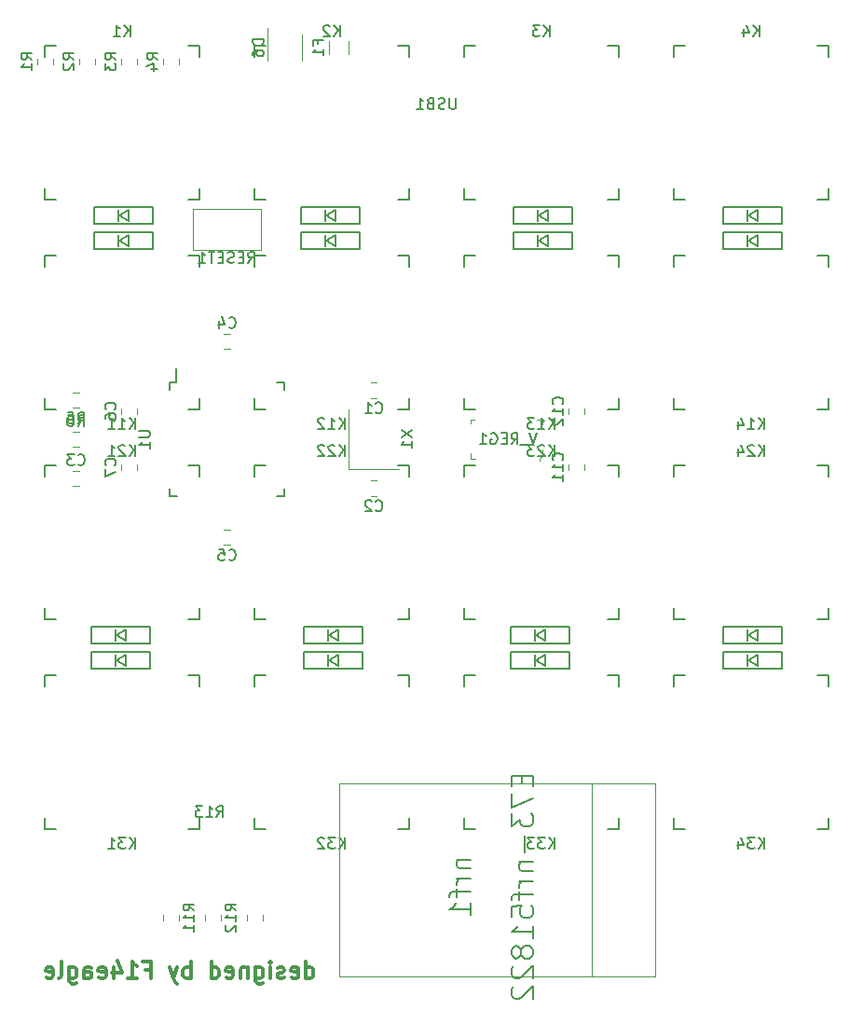
<source format=gbr>
G04 #@! TF.GenerationSoftware,KiCad,Pcbnew,(5.1.2)-2*
G04 #@! TF.CreationDate,2020-01-16T16:08:25+08:00*
G04 #@! TF.ProjectId,wingxx-receiver-v4,77696e67-7878-42d7-9265-636569766572,rev?*
G04 #@! TF.SameCoordinates,Original*
G04 #@! TF.FileFunction,Legend,Bot*
G04 #@! TF.FilePolarity,Positive*
%FSLAX46Y46*%
G04 Gerber Fmt 4.6, Leading zero omitted, Abs format (unit mm)*
G04 Created by KiCad (PCBNEW (5.1.2)-2) date 2020-01-16 16:08:25*
%MOMM*%
%LPD*%
G04 APERTURE LIST*
%ADD10C,0.300000*%
%ADD11C,0.100000*%
%ADD12C,0.150000*%
%ADD13C,0.120000*%
%ADD14C,0.152400*%
G04 APERTURE END LIST*
D10*
X102396285Y-146728571D02*
X102396285Y-145228571D01*
X102396285Y-146657142D02*
X102539142Y-146728571D01*
X102824857Y-146728571D01*
X102967714Y-146657142D01*
X103039142Y-146585714D01*
X103110571Y-146442857D01*
X103110571Y-146014285D01*
X103039142Y-145871428D01*
X102967714Y-145800000D01*
X102824857Y-145728571D01*
X102539142Y-145728571D01*
X102396285Y-145800000D01*
X101110571Y-146657142D02*
X101253428Y-146728571D01*
X101539142Y-146728571D01*
X101682000Y-146657142D01*
X101753428Y-146514285D01*
X101753428Y-145942857D01*
X101682000Y-145800000D01*
X101539142Y-145728571D01*
X101253428Y-145728571D01*
X101110571Y-145800000D01*
X101039142Y-145942857D01*
X101039142Y-146085714D01*
X101753428Y-146228571D01*
X100467714Y-146657142D02*
X100324857Y-146728571D01*
X100039142Y-146728571D01*
X99896285Y-146657142D01*
X99824857Y-146514285D01*
X99824857Y-146442857D01*
X99896285Y-146300000D01*
X100039142Y-146228571D01*
X100253428Y-146228571D01*
X100396285Y-146157142D01*
X100467714Y-146014285D01*
X100467714Y-145942857D01*
X100396285Y-145800000D01*
X100253428Y-145728571D01*
X100039142Y-145728571D01*
X99896285Y-145800000D01*
X99182000Y-146728571D02*
X99182000Y-145728571D01*
X99182000Y-145228571D02*
X99253428Y-145300000D01*
X99182000Y-145371428D01*
X99110571Y-145300000D01*
X99182000Y-145228571D01*
X99182000Y-145371428D01*
X97824857Y-145728571D02*
X97824857Y-146942857D01*
X97896285Y-147085714D01*
X97967714Y-147157142D01*
X98110571Y-147228571D01*
X98324857Y-147228571D01*
X98467714Y-147157142D01*
X97824857Y-146657142D02*
X97967714Y-146728571D01*
X98253428Y-146728571D01*
X98396285Y-146657142D01*
X98467714Y-146585714D01*
X98539142Y-146442857D01*
X98539142Y-146014285D01*
X98467714Y-145871428D01*
X98396285Y-145800000D01*
X98253428Y-145728571D01*
X97967714Y-145728571D01*
X97824857Y-145800000D01*
X97110571Y-145728571D02*
X97110571Y-146728571D01*
X97110571Y-145871428D02*
X97039142Y-145800000D01*
X96896285Y-145728571D01*
X96682000Y-145728571D01*
X96539142Y-145800000D01*
X96467714Y-145942857D01*
X96467714Y-146728571D01*
X95182000Y-146657142D02*
X95324857Y-146728571D01*
X95610571Y-146728571D01*
X95753428Y-146657142D01*
X95824857Y-146514285D01*
X95824857Y-145942857D01*
X95753428Y-145800000D01*
X95610571Y-145728571D01*
X95324857Y-145728571D01*
X95182000Y-145800000D01*
X95110571Y-145942857D01*
X95110571Y-146085714D01*
X95824857Y-146228571D01*
X93824857Y-146728571D02*
X93824857Y-145228571D01*
X93824857Y-146657142D02*
X93967714Y-146728571D01*
X94253428Y-146728571D01*
X94396285Y-146657142D01*
X94467714Y-146585714D01*
X94539142Y-146442857D01*
X94539142Y-146014285D01*
X94467714Y-145871428D01*
X94396285Y-145800000D01*
X94253428Y-145728571D01*
X93967714Y-145728571D01*
X93824857Y-145800000D01*
X91967714Y-146728571D02*
X91967714Y-145228571D01*
X91967714Y-145800000D02*
X91824857Y-145728571D01*
X91539142Y-145728571D01*
X91396285Y-145800000D01*
X91324857Y-145871428D01*
X91253428Y-146014285D01*
X91253428Y-146442857D01*
X91324857Y-146585714D01*
X91396285Y-146657142D01*
X91539142Y-146728571D01*
X91824857Y-146728571D01*
X91967714Y-146657142D01*
X90753428Y-145728571D02*
X90396285Y-146728571D01*
X90039142Y-145728571D02*
X90396285Y-146728571D01*
X90539142Y-147085714D01*
X90610571Y-147157142D01*
X90753428Y-147228571D01*
X87824857Y-145942857D02*
X88324857Y-145942857D01*
X88324857Y-146728571D02*
X88324857Y-145228571D01*
X87610571Y-145228571D01*
X86253428Y-146728571D02*
X87110571Y-146728571D01*
X86682000Y-146728571D02*
X86682000Y-145228571D01*
X86824857Y-145442857D01*
X86967714Y-145585714D01*
X87110571Y-145657142D01*
X84967714Y-145728571D02*
X84967714Y-146728571D01*
X85324857Y-145157142D02*
X85682000Y-146228571D01*
X84753428Y-146228571D01*
X83610571Y-146657142D02*
X83753428Y-146728571D01*
X84039142Y-146728571D01*
X84182000Y-146657142D01*
X84253428Y-146514285D01*
X84253428Y-145942857D01*
X84182000Y-145800000D01*
X84039142Y-145728571D01*
X83753428Y-145728571D01*
X83610571Y-145800000D01*
X83539142Y-145942857D01*
X83539142Y-146085714D01*
X84253428Y-146228571D01*
X82253428Y-146728571D02*
X82253428Y-145942857D01*
X82324857Y-145800000D01*
X82467714Y-145728571D01*
X82753428Y-145728571D01*
X82896285Y-145800000D01*
X82253428Y-146657142D02*
X82396285Y-146728571D01*
X82753428Y-146728571D01*
X82896285Y-146657142D01*
X82967714Y-146514285D01*
X82967714Y-146371428D01*
X82896285Y-146228571D01*
X82753428Y-146157142D01*
X82396285Y-146157142D01*
X82253428Y-146085714D01*
X80896285Y-145728571D02*
X80896285Y-146942857D01*
X80967714Y-147085714D01*
X81039142Y-147157142D01*
X81182000Y-147228571D01*
X81396285Y-147228571D01*
X81539142Y-147157142D01*
X80896285Y-146657142D02*
X81039142Y-146728571D01*
X81324857Y-146728571D01*
X81467714Y-146657142D01*
X81539142Y-146585714D01*
X81610571Y-146442857D01*
X81610571Y-146014285D01*
X81539142Y-145871428D01*
X81467714Y-145800000D01*
X81324857Y-145728571D01*
X81039142Y-145728571D01*
X80896285Y-145800000D01*
X79967714Y-146728571D02*
X80110571Y-146657142D01*
X80182000Y-146514285D01*
X80182000Y-145228571D01*
X78824857Y-146657142D02*
X78967714Y-146728571D01*
X79253428Y-146728571D01*
X79396285Y-146657142D01*
X79467714Y-146514285D01*
X79467714Y-145942857D01*
X79396285Y-145800000D01*
X79253428Y-145728571D01*
X78967714Y-145728571D01*
X78824857Y-145800000D01*
X78753428Y-145942857D01*
X78753428Y-146085714D01*
X79467714Y-146228571D01*
D11*
X128397000Y-129032000D02*
X128397000Y-146558000D01*
X134112000Y-146558000D02*
X105410000Y-146558000D01*
X134112000Y-129032000D02*
X134112000Y-146558000D01*
X105410000Y-129032000D02*
X134112000Y-129032000D01*
X105410000Y-146558000D02*
X105410000Y-129032000D01*
D12*
X88552000Y-78220000D02*
X88552000Y-76720000D01*
X83152000Y-78220000D02*
X88552000Y-78220000D01*
X83152000Y-76720000D02*
X83152000Y-78220000D01*
X88552000Y-76720000D02*
X83152000Y-76720000D01*
X86352000Y-77970000D02*
X85452000Y-77470000D01*
X86352000Y-76970000D02*
X86352000Y-77970000D01*
X85452000Y-77470000D02*
X86352000Y-76970000D01*
X85352000Y-76970000D02*
X85352000Y-77970000D01*
X107348000Y-78220000D02*
X107348000Y-76720000D01*
X101948000Y-78220000D02*
X107348000Y-78220000D01*
X101948000Y-76720000D02*
X101948000Y-78220000D01*
X107348000Y-76720000D02*
X101948000Y-76720000D01*
X105148000Y-77970000D02*
X104248000Y-77470000D01*
X105148000Y-76970000D02*
X105148000Y-77970000D01*
X104248000Y-77470000D02*
X105148000Y-76970000D01*
X104148000Y-76970000D02*
X104148000Y-77970000D01*
X126652000Y-78220000D02*
X126652000Y-76720000D01*
X121252000Y-78220000D02*
X126652000Y-78220000D01*
X121252000Y-76720000D02*
X121252000Y-78220000D01*
X126652000Y-76720000D02*
X121252000Y-76720000D01*
X124452000Y-77970000D02*
X123552000Y-77470000D01*
X124452000Y-76970000D02*
X124452000Y-77970000D01*
X123552000Y-77470000D02*
X124452000Y-76970000D01*
X123452000Y-76970000D02*
X123452000Y-77970000D01*
X145702000Y-78220000D02*
X145702000Y-76720000D01*
X140302000Y-78220000D02*
X145702000Y-78220000D01*
X140302000Y-76720000D02*
X140302000Y-78220000D01*
X145702000Y-76720000D02*
X140302000Y-76720000D01*
X143502000Y-77970000D02*
X142602000Y-77470000D01*
X143502000Y-76970000D02*
X143502000Y-77970000D01*
X142602000Y-77470000D02*
X143502000Y-76970000D01*
X142502000Y-76970000D02*
X142502000Y-77970000D01*
X88552000Y-80506000D02*
X88552000Y-79006000D01*
X83152000Y-80506000D02*
X88552000Y-80506000D01*
X83152000Y-79006000D02*
X83152000Y-80506000D01*
X88552000Y-79006000D02*
X83152000Y-79006000D01*
X86352000Y-80256000D02*
X85452000Y-79756000D01*
X86352000Y-79256000D02*
X86352000Y-80256000D01*
X85452000Y-79756000D02*
X86352000Y-79256000D01*
X85352000Y-79256000D02*
X85352000Y-80256000D01*
X107348000Y-80506000D02*
X107348000Y-79006000D01*
X101948000Y-80506000D02*
X107348000Y-80506000D01*
X101948000Y-79006000D02*
X101948000Y-80506000D01*
X107348000Y-79006000D02*
X101948000Y-79006000D01*
X105148000Y-80256000D02*
X104248000Y-79756000D01*
X105148000Y-79256000D02*
X105148000Y-80256000D01*
X104248000Y-79756000D02*
X105148000Y-79256000D01*
X104148000Y-79256000D02*
X104148000Y-80256000D01*
X126652000Y-80506000D02*
X126652000Y-79006000D01*
X121252000Y-80506000D02*
X126652000Y-80506000D01*
X121252000Y-79006000D02*
X121252000Y-80506000D01*
X126652000Y-79006000D02*
X121252000Y-79006000D01*
X124452000Y-80256000D02*
X123552000Y-79756000D01*
X124452000Y-79256000D02*
X124452000Y-80256000D01*
X123552000Y-79756000D02*
X124452000Y-79256000D01*
X123452000Y-79256000D02*
X123452000Y-80256000D01*
X145702000Y-80506000D02*
X145702000Y-79006000D01*
X140302000Y-80506000D02*
X145702000Y-80506000D01*
X140302000Y-79006000D02*
X140302000Y-80506000D01*
X145702000Y-79006000D02*
X140302000Y-79006000D01*
X143502000Y-80256000D02*
X142602000Y-79756000D01*
X143502000Y-79256000D02*
X143502000Y-80256000D01*
X142602000Y-79756000D02*
X143502000Y-79256000D01*
X142502000Y-79256000D02*
X142502000Y-80256000D01*
X88298000Y-116320000D02*
X88298000Y-114820000D01*
X82898000Y-116320000D02*
X88298000Y-116320000D01*
X82898000Y-114820000D02*
X82898000Y-116320000D01*
X88298000Y-114820000D02*
X82898000Y-114820000D01*
X86098000Y-116070000D02*
X85198000Y-115570000D01*
X86098000Y-115070000D02*
X86098000Y-116070000D01*
X85198000Y-115570000D02*
X86098000Y-115070000D01*
X85098000Y-115070000D02*
X85098000Y-116070000D01*
X107602000Y-116320000D02*
X107602000Y-114820000D01*
X102202000Y-116320000D02*
X107602000Y-116320000D01*
X102202000Y-114820000D02*
X102202000Y-116320000D01*
X107602000Y-114820000D02*
X102202000Y-114820000D01*
X105402000Y-116070000D02*
X104502000Y-115570000D01*
X105402000Y-115070000D02*
X105402000Y-116070000D01*
X104502000Y-115570000D02*
X105402000Y-115070000D01*
X104402000Y-115070000D02*
X104402000Y-116070000D01*
X126398000Y-116320000D02*
X126398000Y-114820000D01*
X120998000Y-116320000D02*
X126398000Y-116320000D01*
X120998000Y-114820000D02*
X120998000Y-116320000D01*
X126398000Y-114820000D02*
X120998000Y-114820000D01*
X124198000Y-116070000D02*
X123298000Y-115570000D01*
X124198000Y-115070000D02*
X124198000Y-116070000D01*
X123298000Y-115570000D02*
X124198000Y-115070000D01*
X123198000Y-115070000D02*
X123198000Y-116070000D01*
X145702000Y-116320000D02*
X145702000Y-114820000D01*
X140302000Y-116320000D02*
X145702000Y-116320000D01*
X140302000Y-114820000D02*
X140302000Y-116320000D01*
X145702000Y-114820000D02*
X140302000Y-114820000D01*
X143502000Y-116070000D02*
X142602000Y-115570000D01*
X143502000Y-115070000D02*
X143502000Y-116070000D01*
X142602000Y-115570000D02*
X143502000Y-115070000D01*
X142502000Y-115070000D02*
X142502000Y-116070000D01*
X88298000Y-118606000D02*
X88298000Y-117106000D01*
X82898000Y-118606000D02*
X88298000Y-118606000D01*
X82898000Y-117106000D02*
X82898000Y-118606000D01*
X88298000Y-117106000D02*
X82898000Y-117106000D01*
X86098000Y-118356000D02*
X85198000Y-117856000D01*
X86098000Y-117356000D02*
X86098000Y-118356000D01*
X85198000Y-117856000D02*
X86098000Y-117356000D01*
X85098000Y-117356000D02*
X85098000Y-118356000D01*
X107602000Y-118606000D02*
X107602000Y-117106000D01*
X102202000Y-118606000D02*
X107602000Y-118606000D01*
X102202000Y-117106000D02*
X102202000Y-118606000D01*
X107602000Y-117106000D02*
X102202000Y-117106000D01*
X105402000Y-118356000D02*
X104502000Y-117856000D01*
X105402000Y-117356000D02*
X105402000Y-118356000D01*
X104502000Y-117856000D02*
X105402000Y-117356000D01*
X104402000Y-117356000D02*
X104402000Y-118356000D01*
X126398000Y-118606000D02*
X126398000Y-117106000D01*
X120998000Y-118606000D02*
X126398000Y-118606000D01*
X120998000Y-117106000D02*
X120998000Y-118606000D01*
X126398000Y-117106000D02*
X120998000Y-117106000D01*
X124198000Y-118356000D02*
X123298000Y-117856000D01*
X124198000Y-117356000D02*
X124198000Y-118356000D01*
X123298000Y-117856000D02*
X124198000Y-117356000D01*
X123198000Y-117356000D02*
X123198000Y-118356000D01*
X145702000Y-118606000D02*
X145702000Y-117106000D01*
X140302000Y-118606000D02*
X145702000Y-118606000D01*
X140302000Y-117106000D02*
X140302000Y-118606000D01*
X145702000Y-117106000D02*
X140302000Y-117106000D01*
X143502000Y-118356000D02*
X142602000Y-117856000D01*
X143502000Y-117356000D02*
X143502000Y-118356000D01*
X142602000Y-117856000D02*
X143502000Y-117356000D01*
X142502000Y-117356000D02*
X142502000Y-118356000D01*
D13*
X92190000Y-76890000D02*
X92190000Y-80590000D01*
X98310000Y-76890000D02*
X92190000Y-76890000D01*
X98310000Y-80590000D02*
X98310000Y-76890000D01*
X92190000Y-80590000D02*
X98310000Y-80590000D01*
X106335000Y-100490000D02*
X106335000Y-95090000D01*
X110835000Y-100490000D02*
X106335000Y-100490000D01*
X106320000Y-61627936D02*
X106320000Y-62832064D01*
X104500000Y-61627936D02*
X104500000Y-62832064D01*
X81795252Y-98500000D02*
X81272748Y-98500000D01*
X81795252Y-97080000D02*
X81272748Y-97080000D01*
X81272748Y-93524000D02*
X81795252Y-93524000D01*
X81272748Y-94944000D02*
X81795252Y-94944000D01*
X90880000Y-63238748D02*
X90880000Y-63761252D01*
X89460000Y-63238748D02*
X89460000Y-63761252D01*
X87070000Y-63238748D02*
X87070000Y-63761252D01*
X85650000Y-63238748D02*
X85650000Y-63761252D01*
X83260000Y-63238748D02*
X83260000Y-63761252D01*
X81840000Y-63238748D02*
X81840000Y-63761252D01*
X79450000Y-63238748D02*
X79450000Y-63761252D01*
X78030000Y-63238748D02*
X78030000Y-63761252D01*
X127710000Y-94988748D02*
X127710000Y-95511252D01*
X126290000Y-94988748D02*
X126290000Y-95511252D01*
X127710000Y-100068748D02*
X127710000Y-100591252D01*
X126290000Y-100068748D02*
X126290000Y-100591252D01*
X87070000Y-100068748D02*
X87070000Y-100591252D01*
X85650000Y-100068748D02*
X85650000Y-100591252D01*
X87070000Y-94988748D02*
X87070000Y-95511252D01*
X85650000Y-94988748D02*
X85650000Y-95511252D01*
X94988748Y-105970000D02*
X95511252Y-105970000D01*
X94988748Y-107390000D02*
X95511252Y-107390000D01*
X95511252Y-89610000D02*
X94988748Y-89610000D01*
X95511252Y-88190000D02*
X94988748Y-88190000D01*
X81795252Y-102056000D02*
X81272748Y-102056000D01*
X81795252Y-100636000D02*
X81272748Y-100636000D01*
X108323748Y-101525000D02*
X108846252Y-101525000D01*
X108323748Y-102945000D02*
X108846252Y-102945000D01*
X108323748Y-92635000D02*
X108846252Y-92635000D01*
X108323748Y-94055000D02*
X108846252Y-94055000D01*
D12*
X90650000Y-92615000D02*
X90650000Y-91340000D01*
X90075000Y-102965000D02*
X90075000Y-102290000D01*
X100425000Y-102965000D02*
X100425000Y-102290000D01*
X100425000Y-92615000D02*
X100425000Y-93290000D01*
X90075000Y-92615000D02*
X90075000Y-93290000D01*
X100425000Y-92615000D02*
X99750000Y-92615000D01*
X100425000Y-102965000D02*
X99750000Y-102965000D01*
X90075000Y-102965000D02*
X90750000Y-102965000D01*
X90075000Y-92615000D02*
X90650000Y-92615000D01*
D13*
X98950000Y-63430000D02*
X98950000Y-60480000D01*
X102050000Y-61030000D02*
X102050000Y-63430000D01*
D11*
X117375000Y-96015000D02*
X117375000Y-96315000D01*
X117750000Y-96015000D02*
X117375000Y-96015000D01*
X123925000Y-96015000D02*
X123925000Y-96415000D01*
X123425000Y-96015000D02*
X123925000Y-96015000D01*
X117375000Y-99565000D02*
X117825000Y-99565000D01*
X117375000Y-99090000D02*
X117375000Y-99565000D01*
X123625000Y-99565000D02*
X123625000Y-99760000D01*
X123925000Y-99240000D02*
X123625000Y-99565000D01*
X123925000Y-98765000D02*
X123925000Y-99240000D01*
D13*
X97080000Y-141485252D02*
X97080000Y-140962748D01*
X98500000Y-141485252D02*
X98500000Y-140962748D01*
X93270000Y-141485252D02*
X93270000Y-140962748D01*
X94690000Y-141485252D02*
X94690000Y-140962748D01*
X89460000Y-141485252D02*
X89460000Y-140962748D01*
X90880000Y-141485252D02*
X90880000Y-140962748D01*
D12*
X149875000Y-119206000D02*
X149875000Y-120206000D01*
X148875000Y-119206000D02*
X149875000Y-119206000D01*
X149875000Y-133206000D02*
X148875000Y-133206000D01*
X149875000Y-132206000D02*
X149875000Y-133206000D01*
X135875000Y-133206000D02*
X135875000Y-132206000D01*
X136875000Y-133206000D02*
X135875000Y-133206000D01*
X135875000Y-119206000D02*
X136875000Y-119206000D01*
X135875000Y-120206000D02*
X135875000Y-119206000D01*
X130825000Y-119206000D02*
X130825000Y-120206000D01*
X129825000Y-119206000D02*
X130825000Y-119206000D01*
X130825000Y-133206000D02*
X129825000Y-133206000D01*
X130825000Y-132206000D02*
X130825000Y-133206000D01*
X116825000Y-133206000D02*
X116825000Y-132206000D01*
X117825000Y-133206000D02*
X116825000Y-133206000D01*
X116825000Y-119206000D02*
X117825000Y-119206000D01*
X116825000Y-120206000D02*
X116825000Y-119206000D01*
X111775000Y-119206000D02*
X111775000Y-120206000D01*
X110775000Y-119206000D02*
X111775000Y-119206000D01*
X111775000Y-133206000D02*
X110775000Y-133206000D01*
X111775000Y-132206000D02*
X111775000Y-133206000D01*
X97775000Y-133206000D02*
X97775000Y-132206000D01*
X98775000Y-133206000D02*
X97775000Y-133206000D01*
X97775000Y-119206000D02*
X98775000Y-119206000D01*
X97775000Y-120206000D02*
X97775000Y-119206000D01*
X92725000Y-119206000D02*
X92725000Y-120206000D01*
X91725000Y-119206000D02*
X92725000Y-119206000D01*
X92725000Y-133206000D02*
X91725000Y-133206000D01*
X92725000Y-132206000D02*
X92725000Y-133206000D01*
X78725000Y-133206000D02*
X78725000Y-132206000D01*
X79725000Y-133206000D02*
X78725000Y-133206000D01*
X78725000Y-119206000D02*
X79725000Y-119206000D01*
X78725000Y-120206000D02*
X78725000Y-119206000D01*
X135875000Y-114156000D02*
X135875000Y-113156000D01*
X136875000Y-114156000D02*
X135875000Y-114156000D01*
X135875000Y-100156000D02*
X136875000Y-100156000D01*
X135875000Y-101156000D02*
X135875000Y-100156000D01*
X149875000Y-100156000D02*
X149875000Y-101156000D01*
X148875000Y-100156000D02*
X149875000Y-100156000D01*
X149875000Y-114156000D02*
X148875000Y-114156000D01*
X149875000Y-113156000D02*
X149875000Y-114156000D01*
X116825000Y-114156000D02*
X116825000Y-113156000D01*
X117825000Y-114156000D02*
X116825000Y-114156000D01*
X116825000Y-100156000D02*
X117825000Y-100156000D01*
X116825000Y-101156000D02*
X116825000Y-100156000D01*
X130825000Y-100156000D02*
X130825000Y-101156000D01*
X129825000Y-100156000D02*
X130825000Y-100156000D01*
X130825000Y-114156000D02*
X129825000Y-114156000D01*
X130825000Y-113156000D02*
X130825000Y-114156000D01*
X97775000Y-114156000D02*
X97775000Y-113156000D01*
X98775000Y-114156000D02*
X97775000Y-114156000D01*
X97775000Y-100156000D02*
X98775000Y-100156000D01*
X97775000Y-101156000D02*
X97775000Y-100156000D01*
X111775000Y-100156000D02*
X111775000Y-101156000D01*
X110775000Y-100156000D02*
X111775000Y-100156000D01*
X111775000Y-114156000D02*
X110775000Y-114156000D01*
X111775000Y-113156000D02*
X111775000Y-114156000D01*
X78725000Y-114156000D02*
X78725000Y-113156000D01*
X79725000Y-114156000D02*
X78725000Y-114156000D01*
X78725000Y-100156000D02*
X79725000Y-100156000D01*
X78725000Y-101156000D02*
X78725000Y-100156000D01*
X92725000Y-100156000D02*
X92725000Y-101156000D01*
X91725000Y-100156000D02*
X92725000Y-100156000D01*
X92725000Y-114156000D02*
X91725000Y-114156000D01*
X92725000Y-113156000D02*
X92725000Y-114156000D01*
X149875000Y-81106200D02*
X149875000Y-82106200D01*
X148875000Y-81106200D02*
X149875000Y-81106200D01*
X149875000Y-95106200D02*
X148875000Y-95106200D01*
X149875000Y-94106200D02*
X149875000Y-95106200D01*
X135875000Y-95106200D02*
X135875000Y-94106200D01*
X136875000Y-95106200D02*
X135875000Y-95106200D01*
X135875000Y-81106200D02*
X136875000Y-81106200D01*
X135875000Y-82106200D02*
X135875000Y-81106200D01*
X130825000Y-81106200D02*
X130825000Y-82106200D01*
X129825000Y-81106200D02*
X130825000Y-81106200D01*
X130825000Y-95106200D02*
X129825000Y-95106200D01*
X130825000Y-94106200D02*
X130825000Y-95106200D01*
X116825000Y-95106200D02*
X116825000Y-94106200D01*
X117825000Y-95106200D02*
X116825000Y-95106200D01*
X116825000Y-81106200D02*
X117825000Y-81106200D01*
X116825000Y-82106200D02*
X116825000Y-81106200D01*
X111775000Y-81106200D02*
X111775000Y-82106200D01*
X110775000Y-81106200D02*
X111775000Y-81106200D01*
X111775000Y-95106200D02*
X110775000Y-95106200D01*
X111775000Y-94106200D02*
X111775000Y-95106200D01*
X97775000Y-95106200D02*
X97775000Y-94106200D01*
X98775000Y-95106200D02*
X97775000Y-95106200D01*
X97775000Y-81106200D02*
X98775000Y-81106200D01*
X97775000Y-82106200D02*
X97775000Y-81106200D01*
X92725000Y-81106200D02*
X92725000Y-82106200D01*
X91725000Y-81106200D02*
X92725000Y-81106200D01*
X92725000Y-95106200D02*
X91725000Y-95106200D01*
X92725000Y-94106200D02*
X92725000Y-95106200D01*
X78725000Y-95106200D02*
X78725000Y-94106200D01*
X79725000Y-95106200D02*
X78725000Y-95106200D01*
X78725000Y-81106200D02*
X79725000Y-81106200D01*
X78725000Y-82106200D02*
X78725000Y-81106200D01*
X135875000Y-76056200D02*
X135875000Y-75056200D01*
X136875000Y-76056200D02*
X135875000Y-76056200D01*
X135875000Y-62056200D02*
X136875000Y-62056200D01*
X135875000Y-63056200D02*
X135875000Y-62056200D01*
X149875000Y-62056200D02*
X149875000Y-63056200D01*
X148875000Y-62056200D02*
X149875000Y-62056200D01*
X149875000Y-76056200D02*
X148875000Y-76056200D01*
X149875000Y-75056200D02*
X149875000Y-76056200D01*
X116825000Y-76056200D02*
X116825000Y-75056200D01*
X117825000Y-76056200D02*
X116825000Y-76056200D01*
X116825000Y-62056200D02*
X117825000Y-62056200D01*
X116825000Y-63056200D02*
X116825000Y-62056200D01*
X130825000Y-62056200D02*
X130825000Y-63056200D01*
X129825000Y-62056200D02*
X130825000Y-62056200D01*
X130825000Y-76056200D02*
X129825000Y-76056200D01*
X130825000Y-75056200D02*
X130825000Y-76056200D01*
X97775000Y-76056200D02*
X97775000Y-75056200D01*
X98775000Y-76056200D02*
X97775000Y-76056200D01*
X97775000Y-62056200D02*
X98775000Y-62056200D01*
X97775000Y-63056200D02*
X97775000Y-62056200D01*
X111775000Y-62056200D02*
X111775000Y-63056200D01*
X110775000Y-62056200D02*
X111775000Y-62056200D01*
X111775000Y-76056200D02*
X110775000Y-76056200D01*
X111775000Y-75056200D02*
X111775000Y-76056200D01*
X78725000Y-76056200D02*
X78725000Y-75056200D01*
X79725000Y-76056200D02*
X78725000Y-76056200D01*
X78725000Y-62056200D02*
X79725000Y-62056200D01*
X78725000Y-63056200D02*
X78725000Y-62056200D01*
X92725000Y-62056200D02*
X92725000Y-63056200D01*
X91725000Y-62056200D02*
X92725000Y-62056200D01*
X92725000Y-76056200D02*
X91725000Y-76056200D01*
X92725000Y-75056200D02*
X92725000Y-76056200D01*
D14*
X116121542Y-135948057D02*
X117408476Y-135948057D01*
X116305390Y-135948057D02*
X116213466Y-136039980D01*
X116121542Y-136223828D01*
X116121542Y-136499600D01*
X116213466Y-136683447D01*
X116397314Y-136775371D01*
X117408476Y-136775371D01*
X117408476Y-137694609D02*
X116121542Y-137694609D01*
X116489238Y-137694609D02*
X116305390Y-137786533D01*
X116213466Y-137878457D01*
X116121542Y-138062304D01*
X116121542Y-138246152D01*
X116121542Y-138613847D02*
X116121542Y-139349238D01*
X117408476Y-138889619D02*
X115753847Y-138889619D01*
X115570000Y-138981542D01*
X115478076Y-139165390D01*
X115478076Y-139349238D01*
X117408476Y-141003866D02*
X117408476Y-139900780D01*
X117408476Y-140452323D02*
X115478076Y-140452323D01*
X115753847Y-140268476D01*
X115937695Y-140084628D01*
X116029619Y-139900780D01*
X122036114Y-128364342D02*
X122036114Y-129007809D01*
X123047276Y-129283580D02*
X123047276Y-128364342D01*
X121116876Y-128364342D01*
X121116876Y-129283580D01*
X121116876Y-129927047D02*
X121116876Y-131213980D01*
X123047276Y-130386666D01*
X121116876Y-131765523D02*
X121116876Y-132960533D01*
X121852266Y-132317066D01*
X121852266Y-132592838D01*
X121944190Y-132776685D01*
X122036114Y-132868609D01*
X122219961Y-132960533D01*
X122679580Y-132960533D01*
X122863428Y-132868609D01*
X122955352Y-132776685D01*
X123047276Y-132592838D01*
X123047276Y-132041295D01*
X122955352Y-131857447D01*
X122863428Y-131765523D01*
X122311885Y-133787847D02*
X122311885Y-135258628D01*
X121760342Y-136177866D02*
X123047276Y-136177866D01*
X121944190Y-136177866D02*
X121852266Y-136269790D01*
X121760342Y-136453638D01*
X121760342Y-136729409D01*
X121852266Y-136913257D01*
X122036114Y-137005180D01*
X123047276Y-137005180D01*
X123047276Y-137924419D02*
X121760342Y-137924419D01*
X122128038Y-137924419D02*
X121944190Y-138016342D01*
X121852266Y-138108266D01*
X121760342Y-138292114D01*
X121760342Y-138475961D01*
X121760342Y-138843657D02*
X121760342Y-139579047D01*
X123047276Y-139119428D02*
X121392647Y-139119428D01*
X121208800Y-139211352D01*
X121116876Y-139395200D01*
X121116876Y-139579047D01*
X121116876Y-141141752D02*
X121116876Y-140222514D01*
X122036114Y-140130590D01*
X121944190Y-140222514D01*
X121852266Y-140406361D01*
X121852266Y-140865980D01*
X121944190Y-141049828D01*
X122036114Y-141141752D01*
X122219961Y-141233676D01*
X122679580Y-141233676D01*
X122863428Y-141141752D01*
X122955352Y-141049828D01*
X123047276Y-140865980D01*
X123047276Y-140406361D01*
X122955352Y-140222514D01*
X122863428Y-140130590D01*
X123047276Y-143072152D02*
X123047276Y-141969066D01*
X123047276Y-142520609D02*
X121116876Y-142520609D01*
X121392647Y-142336761D01*
X121576495Y-142152914D01*
X121668419Y-141969066D01*
X121944190Y-144175238D02*
X121852266Y-143991390D01*
X121760342Y-143899466D01*
X121576495Y-143807542D01*
X121484571Y-143807542D01*
X121300723Y-143899466D01*
X121208800Y-143991390D01*
X121116876Y-144175238D01*
X121116876Y-144542933D01*
X121208800Y-144726780D01*
X121300723Y-144818704D01*
X121484571Y-144910628D01*
X121576495Y-144910628D01*
X121760342Y-144818704D01*
X121852266Y-144726780D01*
X121944190Y-144542933D01*
X121944190Y-144175238D01*
X122036114Y-143991390D01*
X122128038Y-143899466D01*
X122311885Y-143807542D01*
X122679580Y-143807542D01*
X122863428Y-143899466D01*
X122955352Y-143991390D01*
X123047276Y-144175238D01*
X123047276Y-144542933D01*
X122955352Y-144726780D01*
X122863428Y-144818704D01*
X122679580Y-144910628D01*
X122311885Y-144910628D01*
X122128038Y-144818704D01*
X122036114Y-144726780D01*
X121944190Y-144542933D01*
X121300723Y-145646019D02*
X121208800Y-145737942D01*
X121116876Y-145921790D01*
X121116876Y-146381409D01*
X121208800Y-146565257D01*
X121300723Y-146657180D01*
X121484571Y-146749104D01*
X121668419Y-146749104D01*
X121944190Y-146657180D01*
X123047276Y-145554095D01*
X123047276Y-146749104D01*
X121300723Y-147484495D02*
X121208800Y-147576419D01*
X121116876Y-147760266D01*
X121116876Y-148219885D01*
X121208800Y-148403733D01*
X121300723Y-148495657D01*
X121484571Y-148587580D01*
X121668419Y-148587580D01*
X121944190Y-148495657D01*
X123047276Y-147392571D01*
X123047276Y-148587580D01*
D12*
X97178571Y-81792380D02*
X97511904Y-81316190D01*
X97750000Y-81792380D02*
X97750000Y-80792380D01*
X97369047Y-80792380D01*
X97273809Y-80840000D01*
X97226190Y-80887619D01*
X97178571Y-80982857D01*
X97178571Y-81125714D01*
X97226190Y-81220952D01*
X97273809Y-81268571D01*
X97369047Y-81316190D01*
X97750000Y-81316190D01*
X96750000Y-81268571D02*
X96416666Y-81268571D01*
X96273809Y-81792380D02*
X96750000Y-81792380D01*
X96750000Y-80792380D01*
X96273809Y-80792380D01*
X95892857Y-81744761D02*
X95750000Y-81792380D01*
X95511904Y-81792380D01*
X95416666Y-81744761D01*
X95369047Y-81697142D01*
X95321428Y-81601904D01*
X95321428Y-81506666D01*
X95369047Y-81411428D01*
X95416666Y-81363809D01*
X95511904Y-81316190D01*
X95702380Y-81268571D01*
X95797619Y-81220952D01*
X95845238Y-81173333D01*
X95892857Y-81078095D01*
X95892857Y-80982857D01*
X95845238Y-80887619D01*
X95797619Y-80840000D01*
X95702380Y-80792380D01*
X95464285Y-80792380D01*
X95321428Y-80840000D01*
X94892857Y-81268571D02*
X94559523Y-81268571D01*
X94416666Y-81792380D02*
X94892857Y-81792380D01*
X94892857Y-80792380D01*
X94416666Y-80792380D01*
X94130952Y-80792380D02*
X93559523Y-80792380D01*
X93845238Y-81792380D02*
X93845238Y-80792380D01*
X92702380Y-81792380D02*
X93273809Y-81792380D01*
X92988095Y-81792380D02*
X92988095Y-80792380D01*
X93083333Y-80935238D01*
X93178571Y-81030476D01*
X93273809Y-81078095D01*
X111087380Y-96980476D02*
X112087380Y-97647142D01*
X111087380Y-97647142D02*
X112087380Y-96980476D01*
X112087380Y-98551904D02*
X112087380Y-97980476D01*
X112087380Y-98266190D02*
X111087380Y-98266190D01*
X111230238Y-98170952D01*
X111325476Y-98075714D01*
X111373095Y-97980476D01*
X103518571Y-61896666D02*
X103518571Y-61563333D01*
X104042380Y-61563333D02*
X103042380Y-61563333D01*
X103042380Y-62039523D01*
X104042380Y-62944285D02*
X104042380Y-62372857D01*
X104042380Y-62658571D02*
X103042380Y-62658571D01*
X103185238Y-62563333D01*
X103280476Y-62468095D01*
X103328095Y-62372857D01*
X81700666Y-96592380D02*
X82034000Y-96116190D01*
X82272095Y-96592380D02*
X82272095Y-95592380D01*
X81891142Y-95592380D01*
X81795904Y-95640000D01*
X81748285Y-95687619D01*
X81700666Y-95782857D01*
X81700666Y-95925714D01*
X81748285Y-96020952D01*
X81795904Y-96068571D01*
X81891142Y-96116190D01*
X82272095Y-96116190D01*
X80843523Y-95592380D02*
X81034000Y-95592380D01*
X81129238Y-95640000D01*
X81176857Y-95687619D01*
X81272095Y-95830476D01*
X81319714Y-96020952D01*
X81319714Y-96401904D01*
X81272095Y-96497142D01*
X81224476Y-96544761D01*
X81129238Y-96592380D01*
X80938761Y-96592380D01*
X80843523Y-96544761D01*
X80795904Y-96497142D01*
X80748285Y-96401904D01*
X80748285Y-96163809D01*
X80795904Y-96068571D01*
X80843523Y-96020952D01*
X80938761Y-95973333D01*
X81129238Y-95973333D01*
X81224476Y-96020952D01*
X81272095Y-96068571D01*
X81319714Y-96163809D01*
X81700666Y-96336380D02*
X82034000Y-95860190D01*
X82272095Y-96336380D02*
X82272095Y-95336380D01*
X81891142Y-95336380D01*
X81795904Y-95384000D01*
X81748285Y-95431619D01*
X81700666Y-95526857D01*
X81700666Y-95669714D01*
X81748285Y-95764952D01*
X81795904Y-95812571D01*
X81891142Y-95860190D01*
X82272095Y-95860190D01*
X80795904Y-95336380D02*
X81272095Y-95336380D01*
X81319714Y-95812571D01*
X81272095Y-95764952D01*
X81176857Y-95717333D01*
X80938761Y-95717333D01*
X80843523Y-95764952D01*
X80795904Y-95812571D01*
X80748285Y-95907809D01*
X80748285Y-96145904D01*
X80795904Y-96241142D01*
X80843523Y-96288761D01*
X80938761Y-96336380D01*
X81176857Y-96336380D01*
X81272095Y-96288761D01*
X81319714Y-96241142D01*
X88972380Y-63333333D02*
X88496190Y-63000000D01*
X88972380Y-62761904D02*
X87972380Y-62761904D01*
X87972380Y-63142857D01*
X88020000Y-63238095D01*
X88067619Y-63285714D01*
X88162857Y-63333333D01*
X88305714Y-63333333D01*
X88400952Y-63285714D01*
X88448571Y-63238095D01*
X88496190Y-63142857D01*
X88496190Y-62761904D01*
X88305714Y-64190476D02*
X88972380Y-64190476D01*
X87924761Y-63952380D02*
X88639047Y-63714285D01*
X88639047Y-64333333D01*
X85162380Y-63333333D02*
X84686190Y-63000000D01*
X85162380Y-62761904D02*
X84162380Y-62761904D01*
X84162380Y-63142857D01*
X84210000Y-63238095D01*
X84257619Y-63285714D01*
X84352857Y-63333333D01*
X84495714Y-63333333D01*
X84590952Y-63285714D01*
X84638571Y-63238095D01*
X84686190Y-63142857D01*
X84686190Y-62761904D01*
X84162380Y-63666666D02*
X84162380Y-64285714D01*
X84543333Y-63952380D01*
X84543333Y-64095238D01*
X84590952Y-64190476D01*
X84638571Y-64238095D01*
X84733809Y-64285714D01*
X84971904Y-64285714D01*
X85067142Y-64238095D01*
X85114761Y-64190476D01*
X85162380Y-64095238D01*
X85162380Y-63809523D01*
X85114761Y-63714285D01*
X85067142Y-63666666D01*
X81352380Y-63333333D02*
X80876190Y-63000000D01*
X81352380Y-62761904D02*
X80352380Y-62761904D01*
X80352380Y-63142857D01*
X80400000Y-63238095D01*
X80447619Y-63285714D01*
X80542857Y-63333333D01*
X80685714Y-63333333D01*
X80780952Y-63285714D01*
X80828571Y-63238095D01*
X80876190Y-63142857D01*
X80876190Y-62761904D01*
X80447619Y-63714285D02*
X80400000Y-63761904D01*
X80352380Y-63857142D01*
X80352380Y-64095238D01*
X80400000Y-64190476D01*
X80447619Y-64238095D01*
X80542857Y-64285714D01*
X80638095Y-64285714D01*
X80780952Y-64238095D01*
X81352380Y-63666666D01*
X81352380Y-64285714D01*
X77542380Y-63333333D02*
X77066190Y-63000000D01*
X77542380Y-62761904D02*
X76542380Y-62761904D01*
X76542380Y-63142857D01*
X76590000Y-63238095D01*
X76637619Y-63285714D01*
X76732857Y-63333333D01*
X76875714Y-63333333D01*
X76970952Y-63285714D01*
X77018571Y-63238095D01*
X77066190Y-63142857D01*
X77066190Y-62761904D01*
X77542380Y-64285714D02*
X77542380Y-63714285D01*
X77542380Y-64000000D02*
X76542380Y-64000000D01*
X76685238Y-63904761D01*
X76780476Y-63809523D01*
X76828095Y-63714285D01*
X125707142Y-94607142D02*
X125754761Y-94559523D01*
X125802380Y-94416666D01*
X125802380Y-94321428D01*
X125754761Y-94178571D01*
X125659523Y-94083333D01*
X125564285Y-94035714D01*
X125373809Y-93988095D01*
X125230952Y-93988095D01*
X125040476Y-94035714D01*
X124945238Y-94083333D01*
X124850000Y-94178571D01*
X124802380Y-94321428D01*
X124802380Y-94416666D01*
X124850000Y-94559523D01*
X124897619Y-94607142D01*
X125802380Y-95559523D02*
X125802380Y-94988095D01*
X125802380Y-95273809D02*
X124802380Y-95273809D01*
X124945238Y-95178571D01*
X125040476Y-95083333D01*
X125088095Y-94988095D01*
X124897619Y-95940476D02*
X124850000Y-95988095D01*
X124802380Y-96083333D01*
X124802380Y-96321428D01*
X124850000Y-96416666D01*
X124897619Y-96464285D01*
X124992857Y-96511904D01*
X125088095Y-96511904D01*
X125230952Y-96464285D01*
X125802380Y-95892857D01*
X125802380Y-96511904D01*
X125707142Y-99687142D02*
X125754761Y-99639523D01*
X125802380Y-99496666D01*
X125802380Y-99401428D01*
X125754761Y-99258571D01*
X125659523Y-99163333D01*
X125564285Y-99115714D01*
X125373809Y-99068095D01*
X125230952Y-99068095D01*
X125040476Y-99115714D01*
X124945238Y-99163333D01*
X124850000Y-99258571D01*
X124802380Y-99401428D01*
X124802380Y-99496666D01*
X124850000Y-99639523D01*
X124897619Y-99687142D01*
X125802380Y-100639523D02*
X125802380Y-100068095D01*
X125802380Y-100353809D02*
X124802380Y-100353809D01*
X124945238Y-100258571D01*
X125040476Y-100163333D01*
X125088095Y-100068095D01*
X125802380Y-101591904D02*
X125802380Y-101020476D01*
X125802380Y-101306190D02*
X124802380Y-101306190D01*
X124945238Y-101210952D01*
X125040476Y-101115714D01*
X125088095Y-101020476D01*
X85067142Y-100163333D02*
X85114761Y-100115714D01*
X85162380Y-99972857D01*
X85162380Y-99877619D01*
X85114761Y-99734761D01*
X85019523Y-99639523D01*
X84924285Y-99591904D01*
X84733809Y-99544285D01*
X84590952Y-99544285D01*
X84400476Y-99591904D01*
X84305238Y-99639523D01*
X84210000Y-99734761D01*
X84162380Y-99877619D01*
X84162380Y-99972857D01*
X84210000Y-100115714D01*
X84257619Y-100163333D01*
X84162380Y-100496666D02*
X84162380Y-101163333D01*
X85162380Y-100734761D01*
X85067142Y-95083333D02*
X85114761Y-95035714D01*
X85162380Y-94892857D01*
X85162380Y-94797619D01*
X85114761Y-94654761D01*
X85019523Y-94559523D01*
X84924285Y-94511904D01*
X84733809Y-94464285D01*
X84590952Y-94464285D01*
X84400476Y-94511904D01*
X84305238Y-94559523D01*
X84210000Y-94654761D01*
X84162380Y-94797619D01*
X84162380Y-94892857D01*
X84210000Y-95035714D01*
X84257619Y-95083333D01*
X84162380Y-95940476D02*
X84162380Y-95750000D01*
X84210000Y-95654761D01*
X84257619Y-95607142D01*
X84400476Y-95511904D01*
X84590952Y-95464285D01*
X84971904Y-95464285D01*
X85067142Y-95511904D01*
X85114761Y-95559523D01*
X85162380Y-95654761D01*
X85162380Y-95845238D01*
X85114761Y-95940476D01*
X85067142Y-95988095D01*
X84971904Y-96035714D01*
X84733809Y-96035714D01*
X84638571Y-95988095D01*
X84590952Y-95940476D01*
X84543333Y-95845238D01*
X84543333Y-95654761D01*
X84590952Y-95559523D01*
X84638571Y-95511904D01*
X84733809Y-95464285D01*
X95416666Y-108687142D02*
X95464285Y-108734761D01*
X95607142Y-108782380D01*
X95702380Y-108782380D01*
X95845238Y-108734761D01*
X95940476Y-108639523D01*
X95988095Y-108544285D01*
X96035714Y-108353809D01*
X96035714Y-108210952D01*
X95988095Y-108020476D01*
X95940476Y-107925238D01*
X95845238Y-107830000D01*
X95702380Y-107782380D01*
X95607142Y-107782380D01*
X95464285Y-107830000D01*
X95416666Y-107877619D01*
X94511904Y-107782380D02*
X94988095Y-107782380D01*
X95035714Y-108258571D01*
X94988095Y-108210952D01*
X94892857Y-108163333D01*
X94654761Y-108163333D01*
X94559523Y-108210952D01*
X94511904Y-108258571D01*
X94464285Y-108353809D01*
X94464285Y-108591904D01*
X94511904Y-108687142D01*
X94559523Y-108734761D01*
X94654761Y-108782380D01*
X94892857Y-108782380D01*
X94988095Y-108734761D01*
X95035714Y-108687142D01*
X95416666Y-87607142D02*
X95464285Y-87654761D01*
X95607142Y-87702380D01*
X95702380Y-87702380D01*
X95845238Y-87654761D01*
X95940476Y-87559523D01*
X95988095Y-87464285D01*
X96035714Y-87273809D01*
X96035714Y-87130952D01*
X95988095Y-86940476D01*
X95940476Y-86845238D01*
X95845238Y-86750000D01*
X95702380Y-86702380D01*
X95607142Y-86702380D01*
X95464285Y-86750000D01*
X95416666Y-86797619D01*
X94559523Y-87035714D02*
X94559523Y-87702380D01*
X94797619Y-86654761D02*
X95035714Y-87369047D01*
X94416666Y-87369047D01*
X81700666Y-100053142D02*
X81748285Y-100100761D01*
X81891142Y-100148380D01*
X81986380Y-100148380D01*
X82129238Y-100100761D01*
X82224476Y-100005523D01*
X82272095Y-99910285D01*
X82319714Y-99719809D01*
X82319714Y-99576952D01*
X82272095Y-99386476D01*
X82224476Y-99291238D01*
X82129238Y-99196000D01*
X81986380Y-99148380D01*
X81891142Y-99148380D01*
X81748285Y-99196000D01*
X81700666Y-99243619D01*
X81367333Y-99148380D02*
X80748285Y-99148380D01*
X81081619Y-99529333D01*
X80938761Y-99529333D01*
X80843523Y-99576952D01*
X80795904Y-99624571D01*
X80748285Y-99719809D01*
X80748285Y-99957904D01*
X80795904Y-100053142D01*
X80843523Y-100100761D01*
X80938761Y-100148380D01*
X81224476Y-100148380D01*
X81319714Y-100100761D01*
X81367333Y-100053142D01*
X108751666Y-104242142D02*
X108799285Y-104289761D01*
X108942142Y-104337380D01*
X109037380Y-104337380D01*
X109180238Y-104289761D01*
X109275476Y-104194523D01*
X109323095Y-104099285D01*
X109370714Y-103908809D01*
X109370714Y-103765952D01*
X109323095Y-103575476D01*
X109275476Y-103480238D01*
X109180238Y-103385000D01*
X109037380Y-103337380D01*
X108942142Y-103337380D01*
X108799285Y-103385000D01*
X108751666Y-103432619D01*
X108370714Y-103432619D02*
X108323095Y-103385000D01*
X108227857Y-103337380D01*
X107989761Y-103337380D01*
X107894523Y-103385000D01*
X107846904Y-103432619D01*
X107799285Y-103527857D01*
X107799285Y-103623095D01*
X107846904Y-103765952D01*
X108418333Y-104337380D01*
X107799285Y-104337380D01*
X108751666Y-95352142D02*
X108799285Y-95399761D01*
X108942142Y-95447380D01*
X109037380Y-95447380D01*
X109180238Y-95399761D01*
X109275476Y-95304523D01*
X109323095Y-95209285D01*
X109370714Y-95018809D01*
X109370714Y-94875952D01*
X109323095Y-94685476D01*
X109275476Y-94590238D01*
X109180238Y-94495000D01*
X109037380Y-94447380D01*
X108942142Y-94447380D01*
X108799285Y-94495000D01*
X108751666Y-94542619D01*
X107799285Y-95447380D02*
X108370714Y-95447380D01*
X108085000Y-95447380D02*
X108085000Y-94447380D01*
X108180238Y-94590238D01*
X108275476Y-94685476D01*
X108370714Y-94733095D01*
X87252380Y-97028095D02*
X88061904Y-97028095D01*
X88157142Y-97075714D01*
X88204761Y-97123333D01*
X88252380Y-97218571D01*
X88252380Y-97409047D01*
X88204761Y-97504285D01*
X88157142Y-97551904D01*
X88061904Y-97599523D01*
X87252380Y-97599523D01*
X88252380Y-98599523D02*
X88252380Y-98028095D01*
X88252380Y-98313809D02*
X87252380Y-98313809D01*
X87395238Y-98218571D01*
X87490476Y-98123333D01*
X87538095Y-98028095D01*
X98572380Y-61511904D02*
X97572380Y-61511904D01*
X97572380Y-61750000D01*
X97620000Y-61892857D01*
X97715238Y-61988095D01*
X97810476Y-62035714D01*
X98000952Y-62083333D01*
X98143809Y-62083333D01*
X98334285Y-62035714D01*
X98429523Y-61988095D01*
X98524761Y-61892857D01*
X98572380Y-61750000D01*
X98572380Y-61511904D01*
X97572380Y-62940476D02*
X97572380Y-62750000D01*
X97620000Y-62654761D01*
X97667619Y-62607142D01*
X97810476Y-62511904D01*
X98000952Y-62464285D01*
X98381904Y-62464285D01*
X98477142Y-62511904D01*
X98524761Y-62559523D01*
X98572380Y-62654761D01*
X98572380Y-62845238D01*
X98524761Y-62940476D01*
X98477142Y-62988095D01*
X98381904Y-63035714D01*
X98143809Y-63035714D01*
X98048571Y-62988095D01*
X98000952Y-62940476D01*
X97953333Y-62845238D01*
X97953333Y-62654761D01*
X98000952Y-62559523D01*
X98048571Y-62511904D01*
X98143809Y-62464285D01*
X116038095Y-66802380D02*
X116038095Y-67611904D01*
X115990476Y-67707142D01*
X115942857Y-67754761D01*
X115847619Y-67802380D01*
X115657142Y-67802380D01*
X115561904Y-67754761D01*
X115514285Y-67707142D01*
X115466666Y-67611904D01*
X115466666Y-66802380D01*
X115038095Y-67754761D02*
X114895238Y-67802380D01*
X114657142Y-67802380D01*
X114561904Y-67754761D01*
X114514285Y-67707142D01*
X114466666Y-67611904D01*
X114466666Y-67516666D01*
X114514285Y-67421428D01*
X114561904Y-67373809D01*
X114657142Y-67326190D01*
X114847619Y-67278571D01*
X114942857Y-67230952D01*
X114990476Y-67183333D01*
X115038095Y-67088095D01*
X115038095Y-66992857D01*
X114990476Y-66897619D01*
X114942857Y-66850000D01*
X114847619Y-66802380D01*
X114609523Y-66802380D01*
X114466666Y-66850000D01*
X113704761Y-67278571D02*
X113561904Y-67326190D01*
X113514285Y-67373809D01*
X113466666Y-67469047D01*
X113466666Y-67611904D01*
X113514285Y-67707142D01*
X113561904Y-67754761D01*
X113657142Y-67802380D01*
X114038095Y-67802380D01*
X114038095Y-66802380D01*
X113704761Y-66802380D01*
X113609523Y-66850000D01*
X113561904Y-66897619D01*
X113514285Y-66992857D01*
X113514285Y-67088095D01*
X113561904Y-67183333D01*
X113609523Y-67230952D01*
X113704761Y-67278571D01*
X114038095Y-67278571D01*
X112514285Y-67802380D02*
X113085714Y-67802380D01*
X112800000Y-67802380D02*
X112800000Y-66802380D01*
X112895238Y-66945238D01*
X112990476Y-67040476D01*
X113085714Y-67088095D01*
X123419857Y-97242380D02*
X123086523Y-98242380D01*
X122753190Y-97242380D01*
X122657952Y-98337619D02*
X121896047Y-98337619D01*
X121086523Y-98242380D02*
X121419857Y-97766190D01*
X121657952Y-98242380D02*
X121657952Y-97242380D01*
X121277000Y-97242380D01*
X121181761Y-97290000D01*
X121134142Y-97337619D01*
X121086523Y-97432857D01*
X121086523Y-97575714D01*
X121134142Y-97670952D01*
X121181761Y-97718571D01*
X121277000Y-97766190D01*
X121657952Y-97766190D01*
X120657952Y-97718571D02*
X120324619Y-97718571D01*
X120181761Y-98242380D02*
X120657952Y-98242380D01*
X120657952Y-97242380D01*
X120181761Y-97242380D01*
X119229380Y-97290000D02*
X119324619Y-97242380D01*
X119467476Y-97242380D01*
X119610333Y-97290000D01*
X119705571Y-97385238D01*
X119753190Y-97480476D01*
X119800809Y-97670952D01*
X119800809Y-97813809D01*
X119753190Y-98004285D01*
X119705571Y-98099523D01*
X119610333Y-98194761D01*
X119467476Y-98242380D01*
X119372238Y-98242380D01*
X119229380Y-98194761D01*
X119181761Y-98147142D01*
X119181761Y-97813809D01*
X119372238Y-97813809D01*
X118229380Y-98242380D02*
X118800809Y-98242380D01*
X118515095Y-98242380D02*
X118515095Y-97242380D01*
X118610333Y-97385238D01*
X118705571Y-97480476D01*
X118800809Y-97528095D01*
X94305357Y-132088880D02*
X94638690Y-131612690D01*
X94876785Y-132088880D02*
X94876785Y-131088880D01*
X94495833Y-131088880D01*
X94400595Y-131136500D01*
X94352976Y-131184119D01*
X94305357Y-131279357D01*
X94305357Y-131422214D01*
X94352976Y-131517452D01*
X94400595Y-131565071D01*
X94495833Y-131612690D01*
X94876785Y-131612690D01*
X93352976Y-132088880D02*
X93924404Y-132088880D01*
X93638690Y-132088880D02*
X93638690Y-131088880D01*
X93733928Y-131231738D01*
X93829166Y-131326976D01*
X93924404Y-131374595D01*
X93019642Y-131088880D02*
X92400595Y-131088880D01*
X92733928Y-131469833D01*
X92591071Y-131469833D01*
X92495833Y-131517452D01*
X92448214Y-131565071D01*
X92400595Y-131660309D01*
X92400595Y-131898404D01*
X92448214Y-131993642D01*
X92495833Y-132041261D01*
X92591071Y-132088880D01*
X92876785Y-132088880D01*
X92972023Y-132041261D01*
X93019642Y-131993642D01*
X96082380Y-140581142D02*
X95606190Y-140247809D01*
X96082380Y-140009714D02*
X95082380Y-140009714D01*
X95082380Y-140390666D01*
X95130000Y-140485904D01*
X95177619Y-140533523D01*
X95272857Y-140581142D01*
X95415714Y-140581142D01*
X95510952Y-140533523D01*
X95558571Y-140485904D01*
X95606190Y-140390666D01*
X95606190Y-140009714D01*
X96082380Y-141533523D02*
X96082380Y-140962095D01*
X96082380Y-141247809D02*
X95082380Y-141247809D01*
X95225238Y-141152571D01*
X95320476Y-141057333D01*
X95368095Y-140962095D01*
X95177619Y-141914476D02*
X95130000Y-141962095D01*
X95082380Y-142057333D01*
X95082380Y-142295428D01*
X95130000Y-142390666D01*
X95177619Y-142438285D01*
X95272857Y-142485904D01*
X95368095Y-142485904D01*
X95510952Y-142438285D01*
X96082380Y-141866857D01*
X96082380Y-142485904D01*
X92272380Y-140581142D02*
X91796190Y-140247809D01*
X92272380Y-140009714D02*
X91272380Y-140009714D01*
X91272380Y-140390666D01*
X91320000Y-140485904D01*
X91367619Y-140533523D01*
X91462857Y-140581142D01*
X91605714Y-140581142D01*
X91700952Y-140533523D01*
X91748571Y-140485904D01*
X91796190Y-140390666D01*
X91796190Y-140009714D01*
X92272380Y-141533523D02*
X92272380Y-140962095D01*
X92272380Y-141247809D02*
X91272380Y-141247809D01*
X91415238Y-141152571D01*
X91510476Y-141057333D01*
X91558095Y-140962095D01*
X92272380Y-142485904D02*
X92272380Y-141914476D01*
X92272380Y-142200190D02*
X91272380Y-142200190D01*
X91415238Y-142104952D01*
X91510476Y-142009714D01*
X91558095Y-141914476D01*
X144089285Y-134958380D02*
X144089285Y-133958380D01*
X143517857Y-134958380D02*
X143946428Y-134386952D01*
X143517857Y-133958380D02*
X144089285Y-134529809D01*
X143184523Y-133958380D02*
X142565476Y-133958380D01*
X142898809Y-134339333D01*
X142755952Y-134339333D01*
X142660714Y-134386952D01*
X142613095Y-134434571D01*
X142565476Y-134529809D01*
X142565476Y-134767904D01*
X142613095Y-134863142D01*
X142660714Y-134910761D01*
X142755952Y-134958380D01*
X143041666Y-134958380D01*
X143136904Y-134910761D01*
X143184523Y-134863142D01*
X141708333Y-134291714D02*
X141708333Y-134958380D01*
X141946428Y-133910761D02*
X142184523Y-134625047D01*
X141565476Y-134625047D01*
X125039285Y-134958380D02*
X125039285Y-133958380D01*
X124467857Y-134958380D02*
X124896428Y-134386952D01*
X124467857Y-133958380D02*
X125039285Y-134529809D01*
X124134523Y-133958380D02*
X123515476Y-133958380D01*
X123848809Y-134339333D01*
X123705952Y-134339333D01*
X123610714Y-134386952D01*
X123563095Y-134434571D01*
X123515476Y-134529809D01*
X123515476Y-134767904D01*
X123563095Y-134863142D01*
X123610714Y-134910761D01*
X123705952Y-134958380D01*
X123991666Y-134958380D01*
X124086904Y-134910761D01*
X124134523Y-134863142D01*
X123182142Y-133958380D02*
X122563095Y-133958380D01*
X122896428Y-134339333D01*
X122753571Y-134339333D01*
X122658333Y-134386952D01*
X122610714Y-134434571D01*
X122563095Y-134529809D01*
X122563095Y-134767904D01*
X122610714Y-134863142D01*
X122658333Y-134910761D01*
X122753571Y-134958380D01*
X123039285Y-134958380D01*
X123134523Y-134910761D01*
X123182142Y-134863142D01*
X105989285Y-134958380D02*
X105989285Y-133958380D01*
X105417857Y-134958380D02*
X105846428Y-134386952D01*
X105417857Y-133958380D02*
X105989285Y-134529809D01*
X105084523Y-133958380D02*
X104465476Y-133958380D01*
X104798809Y-134339333D01*
X104655952Y-134339333D01*
X104560714Y-134386952D01*
X104513095Y-134434571D01*
X104465476Y-134529809D01*
X104465476Y-134767904D01*
X104513095Y-134863142D01*
X104560714Y-134910761D01*
X104655952Y-134958380D01*
X104941666Y-134958380D01*
X105036904Y-134910761D01*
X105084523Y-134863142D01*
X104084523Y-134053619D02*
X104036904Y-134006000D01*
X103941666Y-133958380D01*
X103703571Y-133958380D01*
X103608333Y-134006000D01*
X103560714Y-134053619D01*
X103513095Y-134148857D01*
X103513095Y-134244095D01*
X103560714Y-134386952D01*
X104132142Y-134958380D01*
X103513095Y-134958380D01*
X86939285Y-134958380D02*
X86939285Y-133958380D01*
X86367857Y-134958380D02*
X86796428Y-134386952D01*
X86367857Y-133958380D02*
X86939285Y-134529809D01*
X86034523Y-133958380D02*
X85415476Y-133958380D01*
X85748809Y-134339333D01*
X85605952Y-134339333D01*
X85510714Y-134386952D01*
X85463095Y-134434571D01*
X85415476Y-134529809D01*
X85415476Y-134767904D01*
X85463095Y-134863142D01*
X85510714Y-134910761D01*
X85605952Y-134958380D01*
X85891666Y-134958380D01*
X85986904Y-134910761D01*
X86034523Y-134863142D01*
X84463095Y-134958380D02*
X85034523Y-134958380D01*
X84748809Y-134958380D02*
X84748809Y-133958380D01*
X84844047Y-134101238D01*
X84939285Y-134196476D01*
X85034523Y-134244095D01*
X144089285Y-99308380D02*
X144089285Y-98308380D01*
X143517857Y-99308380D02*
X143946428Y-98736952D01*
X143517857Y-98308380D02*
X144089285Y-98879809D01*
X143136904Y-98403619D02*
X143089285Y-98356000D01*
X142994047Y-98308380D01*
X142755952Y-98308380D01*
X142660714Y-98356000D01*
X142613095Y-98403619D01*
X142565476Y-98498857D01*
X142565476Y-98594095D01*
X142613095Y-98736952D01*
X143184523Y-99308380D01*
X142565476Y-99308380D01*
X141708333Y-98641714D02*
X141708333Y-99308380D01*
X141946428Y-98260761D02*
X142184523Y-98975047D01*
X141565476Y-98975047D01*
X125039285Y-99308380D02*
X125039285Y-98308380D01*
X124467857Y-99308380D02*
X124896428Y-98736952D01*
X124467857Y-98308380D02*
X125039285Y-98879809D01*
X124086904Y-98403619D02*
X124039285Y-98356000D01*
X123944047Y-98308380D01*
X123705952Y-98308380D01*
X123610714Y-98356000D01*
X123563095Y-98403619D01*
X123515476Y-98498857D01*
X123515476Y-98594095D01*
X123563095Y-98736952D01*
X124134523Y-99308380D01*
X123515476Y-99308380D01*
X123182142Y-98308380D02*
X122563095Y-98308380D01*
X122896428Y-98689333D01*
X122753571Y-98689333D01*
X122658333Y-98736952D01*
X122610714Y-98784571D01*
X122563095Y-98879809D01*
X122563095Y-99117904D01*
X122610714Y-99213142D01*
X122658333Y-99260761D01*
X122753571Y-99308380D01*
X123039285Y-99308380D01*
X123134523Y-99260761D01*
X123182142Y-99213142D01*
X105989285Y-99308380D02*
X105989285Y-98308380D01*
X105417857Y-99308380D02*
X105846428Y-98736952D01*
X105417857Y-98308380D02*
X105989285Y-98879809D01*
X105036904Y-98403619D02*
X104989285Y-98356000D01*
X104894047Y-98308380D01*
X104655952Y-98308380D01*
X104560714Y-98356000D01*
X104513095Y-98403619D01*
X104465476Y-98498857D01*
X104465476Y-98594095D01*
X104513095Y-98736952D01*
X105084523Y-99308380D01*
X104465476Y-99308380D01*
X104084523Y-98403619D02*
X104036904Y-98356000D01*
X103941666Y-98308380D01*
X103703571Y-98308380D01*
X103608333Y-98356000D01*
X103560714Y-98403619D01*
X103513095Y-98498857D01*
X103513095Y-98594095D01*
X103560714Y-98736952D01*
X104132142Y-99308380D01*
X103513095Y-99308380D01*
X86939285Y-99308380D02*
X86939285Y-98308380D01*
X86367857Y-99308380D02*
X86796428Y-98736952D01*
X86367857Y-98308380D02*
X86939285Y-98879809D01*
X85986904Y-98403619D02*
X85939285Y-98356000D01*
X85844047Y-98308380D01*
X85605952Y-98308380D01*
X85510714Y-98356000D01*
X85463095Y-98403619D01*
X85415476Y-98498857D01*
X85415476Y-98594095D01*
X85463095Y-98736952D01*
X86034523Y-99308380D01*
X85415476Y-99308380D01*
X84463095Y-99308380D02*
X85034523Y-99308380D01*
X84748809Y-99308380D02*
X84748809Y-98308380D01*
X84844047Y-98451238D01*
X84939285Y-98546476D01*
X85034523Y-98594095D01*
X144089285Y-96858580D02*
X144089285Y-95858580D01*
X143517857Y-96858580D02*
X143946428Y-96287152D01*
X143517857Y-95858580D02*
X144089285Y-96430009D01*
X142565476Y-96858580D02*
X143136904Y-96858580D01*
X142851190Y-96858580D02*
X142851190Y-95858580D01*
X142946428Y-96001438D01*
X143041666Y-96096676D01*
X143136904Y-96144295D01*
X141708333Y-96191914D02*
X141708333Y-96858580D01*
X141946428Y-95810961D02*
X142184523Y-96525247D01*
X141565476Y-96525247D01*
X125039285Y-96858580D02*
X125039285Y-95858580D01*
X124467857Y-96858580D02*
X124896428Y-96287152D01*
X124467857Y-95858580D02*
X125039285Y-96430009D01*
X123515476Y-96858580D02*
X124086904Y-96858580D01*
X123801190Y-96858580D02*
X123801190Y-95858580D01*
X123896428Y-96001438D01*
X123991666Y-96096676D01*
X124086904Y-96144295D01*
X123182142Y-95858580D02*
X122563095Y-95858580D01*
X122896428Y-96239533D01*
X122753571Y-96239533D01*
X122658333Y-96287152D01*
X122610714Y-96334771D01*
X122563095Y-96430009D01*
X122563095Y-96668104D01*
X122610714Y-96763342D01*
X122658333Y-96810961D01*
X122753571Y-96858580D01*
X123039285Y-96858580D01*
X123134523Y-96810961D01*
X123182142Y-96763342D01*
X105989285Y-96858580D02*
X105989285Y-95858580D01*
X105417857Y-96858580D02*
X105846428Y-96287152D01*
X105417857Y-95858580D02*
X105989285Y-96430009D01*
X104465476Y-96858580D02*
X105036904Y-96858580D01*
X104751190Y-96858580D02*
X104751190Y-95858580D01*
X104846428Y-96001438D01*
X104941666Y-96096676D01*
X105036904Y-96144295D01*
X104084523Y-95953819D02*
X104036904Y-95906200D01*
X103941666Y-95858580D01*
X103703571Y-95858580D01*
X103608333Y-95906200D01*
X103560714Y-95953819D01*
X103513095Y-96049057D01*
X103513095Y-96144295D01*
X103560714Y-96287152D01*
X104132142Y-96858580D01*
X103513095Y-96858580D01*
X86939285Y-96858580D02*
X86939285Y-95858580D01*
X86367857Y-96858580D02*
X86796428Y-96287152D01*
X86367857Y-95858580D02*
X86939285Y-96430009D01*
X85415476Y-96858580D02*
X85986904Y-96858580D01*
X85701190Y-96858580D02*
X85701190Y-95858580D01*
X85796428Y-96001438D01*
X85891666Y-96096676D01*
X85986904Y-96144295D01*
X84463095Y-96858580D02*
X85034523Y-96858580D01*
X84748809Y-96858580D02*
X84748809Y-95858580D01*
X84844047Y-96001438D01*
X84939285Y-96096676D01*
X85034523Y-96144295D01*
X143613095Y-61208580D02*
X143613095Y-60208580D01*
X143041666Y-61208580D02*
X143470238Y-60637152D01*
X143041666Y-60208580D02*
X143613095Y-60780009D01*
X142184523Y-60541914D02*
X142184523Y-61208580D01*
X142422619Y-60160961D02*
X142660714Y-60875247D01*
X142041666Y-60875247D01*
X124563095Y-61208580D02*
X124563095Y-60208580D01*
X123991666Y-61208580D02*
X124420238Y-60637152D01*
X123991666Y-60208580D02*
X124563095Y-60780009D01*
X123658333Y-60208580D02*
X123039285Y-60208580D01*
X123372619Y-60589533D01*
X123229761Y-60589533D01*
X123134523Y-60637152D01*
X123086904Y-60684771D01*
X123039285Y-60780009D01*
X123039285Y-61018104D01*
X123086904Y-61113342D01*
X123134523Y-61160961D01*
X123229761Y-61208580D01*
X123515476Y-61208580D01*
X123610714Y-61160961D01*
X123658333Y-61113342D01*
X105513095Y-61208580D02*
X105513095Y-60208580D01*
X104941666Y-61208580D02*
X105370238Y-60637152D01*
X104941666Y-60208580D02*
X105513095Y-60780009D01*
X104560714Y-60303819D02*
X104513095Y-60256200D01*
X104417857Y-60208580D01*
X104179761Y-60208580D01*
X104084523Y-60256200D01*
X104036904Y-60303819D01*
X103989285Y-60399057D01*
X103989285Y-60494295D01*
X104036904Y-60637152D01*
X104608333Y-61208580D01*
X103989285Y-61208580D01*
X86463095Y-61208580D02*
X86463095Y-60208580D01*
X85891666Y-61208580D02*
X86320238Y-60637152D01*
X85891666Y-60208580D02*
X86463095Y-60780009D01*
X84939285Y-61208580D02*
X85510714Y-61208580D01*
X85225000Y-61208580D02*
X85225000Y-60208580D01*
X85320238Y-60351438D01*
X85415476Y-60446676D01*
X85510714Y-60494295D01*
M02*

</source>
